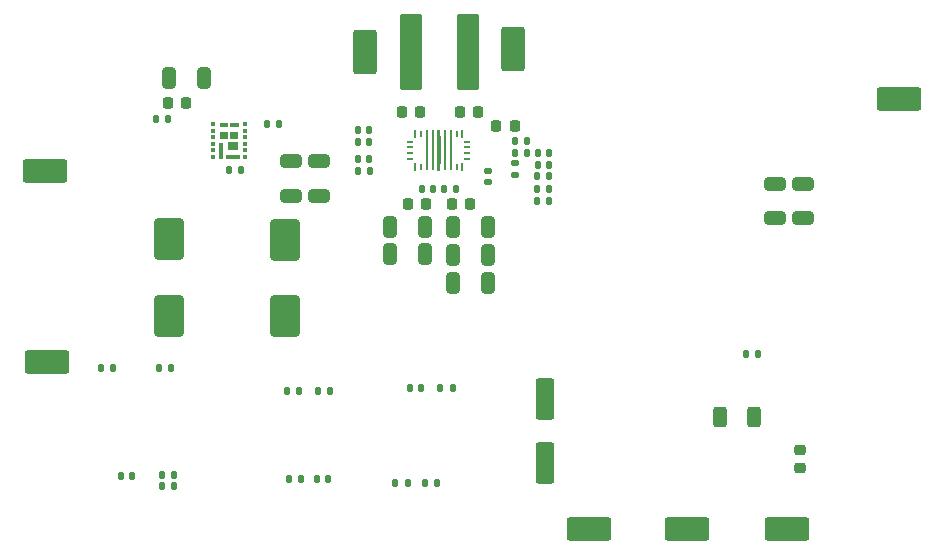
<source format=gbr>
%TF.GenerationSoftware,KiCad,Pcbnew,9.0.4*%
%TF.CreationDate,2025-11-02T19:47:45-03:00*%
%TF.ProjectId,PowerPCB,506f7765-7250-4434-922e-6b696361645f,rev?*%
%TF.SameCoordinates,Original*%
%TF.FileFunction,Paste,Top*%
%TF.FilePolarity,Positive*%
%FSLAX46Y46*%
G04 Gerber Fmt 4.6, Leading zero omitted, Abs format (unit mm)*
G04 Created by KiCad (PCBNEW 9.0.4) date 2025-11-02 19:47:45*
%MOMM*%
%LPD*%
G01*
G04 APERTURE LIST*
G04 Aperture macros list*
%AMRoundRect*
0 Rectangle with rounded corners*
0 $1 Rounding radius*
0 $2 $3 $4 $5 $6 $7 $8 $9 X,Y pos of 4 corners*
0 Add a 4 corners polygon primitive as box body*
4,1,4,$2,$3,$4,$5,$6,$7,$8,$9,$2,$3,0*
0 Add four circle primitives for the rounded corners*
1,1,$1+$1,$2,$3*
1,1,$1+$1,$4,$5*
1,1,$1+$1,$6,$7*
1,1,$1+$1,$8,$9*
0 Add four rect primitives between the rounded corners*
20,1,$1+$1,$2,$3,$4,$5,0*
20,1,$1+$1,$4,$5,$6,$7,0*
20,1,$1+$1,$6,$7,$8,$9,0*
20,1,$1+$1,$8,$9,$2,$3,0*%
G04 Aperture macros list end*
%ADD10C,0.000000*%
%ADD11RoundRect,0.225000X-0.225000X-0.250000X0.225000X-0.250000X0.225000X0.250000X-0.225000X0.250000X0*%
%ADD12RoundRect,0.140000X-0.140000X-0.170000X0.140000X-0.170000X0.140000X0.170000X-0.140000X0.170000X0*%
%ADD13RoundRect,0.250000X0.650000X-0.325000X0.650000X0.325000X-0.650000X0.325000X-0.650000X-0.325000X0*%
%ADD14RoundRect,0.249999X0.710001X3.000001X-0.710001X3.000001X-0.710001X-3.000001X0.710001X-3.000001X0*%
%ADD15RoundRect,0.250000X0.750000X-1.650000X0.750000X1.650000X-0.750000X1.650000X-0.750000X-1.650000X0*%
%ADD16RoundRect,0.225000X0.225000X0.250000X-0.225000X0.250000X-0.225000X-0.250000X0.225000X-0.250000X0*%
%ADD17RoundRect,0.250000X-0.325000X-0.650000X0.325000X-0.650000X0.325000X0.650000X-0.325000X0.650000X0*%
%ADD18RoundRect,0.250000X0.325000X0.650000X-0.325000X0.650000X-0.325000X-0.650000X0.325000X-0.650000X0*%
%ADD19RoundRect,0.250000X-0.550000X1.500000X-0.550000X-1.500000X0.550000X-1.500000X0.550000X1.500000X0*%
%ADD20RoundRect,0.140000X0.140000X0.170000X-0.140000X0.170000X-0.140000X-0.170000X0.140000X-0.170000X0*%
%ADD21R,0.449986X0.350012*%
%ADD22R,1.150010X0.350012*%
%ADD23R,0.127000X0.127000*%
%ADD24RoundRect,0.135000X-0.135000X-0.185000X0.135000X-0.185000X0.135000X0.185000X-0.135000X0.185000X0*%
%ADD25RoundRect,0.135000X0.135000X0.185000X-0.135000X0.185000X-0.135000X-0.185000X0.135000X-0.185000X0*%
%ADD26RoundRect,0.250000X-0.650000X0.325000X-0.650000X-0.325000X0.650000X-0.325000X0.650000X0.325000X0*%
%ADD27RoundRect,0.250000X-1.650000X-0.750000X1.650000X-0.750000X1.650000X0.750000X-1.650000X0.750000X0*%
%ADD28RoundRect,0.250000X-1.000000X1.500000X-1.000000X-1.500000X1.000000X-1.500000X1.000000X1.500000X0*%
%ADD29R,0.609600X0.254000*%
%ADD30R,0.254000X0.660400*%
%ADD31R,0.254000X0.609600*%
%ADD32R,0.254000X3.403600*%
%ADD33R,0.254000X3.397602*%
%ADD34RoundRect,0.135000X0.185000X-0.135000X0.185000X0.135000X-0.185000X0.135000X-0.185000X-0.135000X0*%
%ADD35RoundRect,0.250000X0.312500X0.625000X-0.312500X0.625000X-0.312500X-0.625000X0.312500X-0.625000X0*%
%ADD36RoundRect,0.225000X-0.250000X0.225000X-0.250000X-0.225000X0.250000X-0.225000X0.250000X0.225000X0*%
%ADD37RoundRect,0.140000X0.170000X-0.140000X0.170000X0.140000X-0.170000X0.140000X-0.170000X-0.140000X0*%
G04 APERTURE END LIST*
D10*
%TO.C,U2*%
G36*
X127250000Y-91149999D02*
G01*
X126950000Y-91149999D01*
X126950000Y-89850001D01*
X127250000Y-89850001D01*
X127250000Y-91149999D01*
G37*
G36*
X127690006Y-89450006D02*
G01*
X127039994Y-89450006D01*
X127039994Y-88899994D01*
X127690006Y-88899994D01*
X127690006Y-89450006D01*
G37*
G36*
X127724994Y-88475006D02*
G01*
X127005006Y-88475006D01*
X127005006Y-88124994D01*
X127724994Y-88124994D01*
X127724994Y-88475006D01*
G37*
G36*
X128525006Y-90425006D02*
G01*
X127674995Y-90425006D01*
X127674995Y-89774994D01*
X128525006Y-89774994D01*
X128525006Y-90425006D01*
G37*
G36*
X128560006Y-89450006D02*
G01*
X127909994Y-89450006D01*
X127909994Y-88899994D01*
X128560006Y-88899994D01*
X128560006Y-89450006D01*
G37*
G36*
X128594994Y-88475006D02*
G01*
X127875006Y-88475006D01*
X127875006Y-88124994D01*
X128594994Y-88124994D01*
X128594994Y-88475006D01*
G37*
%TO.C,U1*%
G36*
X145677000Y-89267664D02*
G01*
X145715100Y-89267664D01*
X145715100Y-91629864D01*
X145677000Y-91629864D01*
X145677000Y-92147567D01*
X145423000Y-92147564D01*
X145423000Y-91629864D01*
X145384900Y-91629864D01*
X145384900Y-89267664D01*
X145423000Y-89267664D01*
X145423000Y-88749961D01*
X145677000Y-88749961D01*
X145677000Y-89267664D01*
G37*
G36*
X145677000Y-89267664D02*
G01*
X145715100Y-89267664D01*
X145715100Y-91629864D01*
X145677000Y-91629864D01*
X145677000Y-92147564D01*
X145423000Y-92147564D01*
X145423000Y-91629864D01*
X145384900Y-91629864D01*
X145384900Y-89267664D01*
X145423000Y-89267664D01*
X145423000Y-88743964D01*
X145677000Y-88743964D01*
X145677000Y-89267664D01*
G37*
G36*
X145677000Y-89267664D02*
G01*
X145715100Y-89267664D01*
X145715100Y-91629864D01*
X145677000Y-91629864D01*
X145677000Y-92147564D01*
X145423000Y-92147564D01*
X145423000Y-91629864D01*
X145384900Y-91629864D01*
X145384900Y-89267664D01*
X145423000Y-89267664D01*
X145423000Y-88743964D01*
X145677000Y-88743964D01*
X145677000Y-89267664D01*
G37*
%TD*%
D11*
%TO.C,C20*%
X142925000Y-95000000D03*
X144475000Y-95000000D03*
%TD*%
D12*
%TO.C,C28*%
X118620000Y-118000000D03*
X119580000Y-118000000D03*
%TD*%
D13*
%TO.C,C30*%
X135400000Y-94300000D03*
X135400000Y-91350000D03*
%TD*%
D12*
%TO.C,C1*%
X138720000Y-91200000D03*
X139680000Y-91200000D03*
%TD*%
%TO.C,C24*%
X138720000Y-89700000D03*
X139680000Y-89700000D03*
%TD*%
D14*
%TO.C,L1*%
X148010000Y-82100000D03*
X143190000Y-82100000D03*
%TD*%
D15*
%TO.C,TP1*%
X139300000Y-82100000D03*
%TD*%
D12*
%TO.C,C2*%
X138720000Y-88700000D03*
X139680000Y-88700000D03*
%TD*%
D16*
%TO.C,C4*%
X148875000Y-87200000D03*
X147325000Y-87200000D03*
%TD*%
D17*
%TO.C,C32*%
X122725000Y-84300000D03*
X125675000Y-84300000D03*
%TD*%
D15*
%TO.C,TP4*%
X151800000Y-81900000D03*
%TD*%
D18*
%TO.C,C10*%
X149675000Y-99300000D03*
X146725000Y-99300000D03*
%TD*%
D17*
%TO.C,C18*%
X141425000Y-99200000D03*
X144375000Y-99200000D03*
%TD*%
D19*
%TO.C,C9*%
X154500000Y-111500000D03*
X154500000Y-116900000D03*
%TD*%
D20*
%TO.C,C15*%
X146980000Y-93700000D03*
X146020000Y-93700000D03*
%TD*%
D21*
%TO.C,U2*%
X129150200Y-91000001D03*
X129150200Y-90450000D03*
X129150200Y-89900001D03*
X129150200Y-89349999D03*
X129150200Y-88800000D03*
X129150200Y-88249999D03*
X126449800Y-88249999D03*
X126449800Y-88800000D03*
X126449800Y-89349999D03*
X126449800Y-89900001D03*
X126449800Y-90450000D03*
X126449800Y-90999999D03*
D22*
X128100000Y-91000000D03*
D23*
X128100000Y-90100000D03*
%TD*%
D24*
%TO.C,R5*%
X151980335Y-89650616D03*
X153000335Y-89650616D03*
%TD*%
D25*
%TO.C,R11*%
X117950000Y-108900000D03*
X116930000Y-108900000D03*
%TD*%
D26*
%TO.C,C27*%
X174000000Y-93250000D03*
X174000000Y-96200000D03*
%TD*%
D25*
%TO.C,R7*%
X153000335Y-90650616D03*
X151980335Y-90650616D03*
%TD*%
D27*
%TO.C,TP11*%
X158300000Y-122500000D03*
%TD*%
D25*
%TO.C,R4*%
X139710000Y-92200000D03*
X138690000Y-92200000D03*
%TD*%
D18*
%TO.C,C11*%
X149675000Y-101700000D03*
X146725000Y-101700000D03*
%TD*%
D11*
%TO.C,C5*%
X150425000Y-88400000D03*
X151975000Y-88400000D03*
%TD*%
D25*
%TO.C,R17*%
X123100000Y-117900000D03*
X122080000Y-117900000D03*
%TD*%
%TO.C,R8*%
X154910000Y-94700000D03*
X153890000Y-94700000D03*
%TD*%
D28*
%TO.C,C17*%
X132500000Y-97992500D03*
X132500000Y-104492500D03*
%TD*%
D27*
%TO.C,TP8*%
X112400000Y-108400000D03*
%TD*%
D11*
%TO.C,C35*%
X122625000Y-86400000D03*
X124175000Y-86400000D03*
%TD*%
D24*
%TO.C,R21*%
X132890000Y-118300000D03*
X133910000Y-118300000D03*
%TD*%
D25*
%TO.C,R14*%
X142900000Y-118600000D03*
X141880000Y-118600000D03*
%TD*%
D18*
%TO.C,C12*%
X149675000Y-96900000D03*
X146725000Y-96900000D03*
%TD*%
D25*
%TO.C,R3*%
X154900335Y-92650616D03*
X153880335Y-92650616D03*
%TD*%
%TO.C,R1*%
X172610000Y-107690000D03*
X171590000Y-107690000D03*
%TD*%
%TO.C,R6*%
X154910000Y-93700000D03*
X153890000Y-93700000D03*
%TD*%
D27*
%TO.C,TP7*%
X112200000Y-92200000D03*
%TD*%
D16*
%TO.C,C13*%
X148175000Y-95000000D03*
X146625000Y-95000000D03*
%TD*%
D12*
%TO.C,C8*%
X153910335Y-90650616D03*
X154870335Y-90650616D03*
%TD*%
D25*
%TO.C,R10*%
X122850000Y-108900000D03*
X121830000Y-108900000D03*
%TD*%
D24*
%TO.C,R22*%
X121590000Y-87800000D03*
X122610000Y-87800000D03*
%TD*%
D12*
%TO.C,C22*%
X144120000Y-93700000D03*
X145080000Y-93700000D03*
%TD*%
%TO.C,C31*%
X135220000Y-118300000D03*
X136180000Y-118300000D03*
%TD*%
D28*
%TO.C,C33*%
X122700000Y-97950000D03*
X122700000Y-104450000D03*
%TD*%
D29*
%TO.C,U1*%
X143149954Y-89698575D03*
X143149954Y-90198701D03*
X143149954Y-90698827D03*
X143149954Y-91198953D03*
D30*
X143549496Y-91823364D03*
D31*
X144049622Y-91848764D03*
D32*
X144549748Y-90445764D03*
X145049874Y-90445764D03*
D33*
X145550781Y-90448763D03*
D32*
X146050126Y-90445764D03*
X146550252Y-90445764D03*
D31*
X147050378Y-91848764D03*
D30*
X147550504Y-91823364D03*
D29*
X147950046Y-91198953D03*
X147950046Y-90698827D03*
X147950046Y-90198701D03*
X147950046Y-89698575D03*
D30*
X147550504Y-89074164D03*
D31*
X147050378Y-89048764D03*
X144049622Y-89048764D03*
D30*
X143549496Y-89074164D03*
%TD*%
D17*
%TO.C,C19*%
X141425000Y-96900000D03*
X144375000Y-96900000D03*
%TD*%
D24*
%TO.C,R15*%
X145690000Y-110600000D03*
X146710000Y-110600000D03*
%TD*%
D34*
%TO.C,R2*%
X151990335Y-92560616D03*
X151990335Y-91540616D03*
%TD*%
D24*
%TO.C,R18*%
X122095000Y-118900000D03*
X123115000Y-118900000D03*
%TD*%
D26*
%TO.C,C26*%
X176400000Y-93250000D03*
X176400000Y-96200000D03*
%TD*%
D24*
%TO.C,R12*%
X135290000Y-110800000D03*
X136310000Y-110800000D03*
%TD*%
D35*
%TO.C,R9*%
X172262500Y-113000000D03*
X169337500Y-113000000D03*
%TD*%
D12*
%TO.C,C7*%
X153910335Y-91650616D03*
X154870335Y-91650616D03*
%TD*%
D25*
%TO.C,R16*%
X132010000Y-88200000D03*
X130990000Y-88200000D03*
%TD*%
D27*
%TO.C,TP9*%
X184532500Y-86100000D03*
%TD*%
D13*
%TO.C,C29*%
X133000000Y-94325000D03*
X133000000Y-91375000D03*
%TD*%
D20*
%TO.C,C34*%
X128780000Y-92100000D03*
X127820000Y-92100000D03*
%TD*%
D11*
%TO.C,C3*%
X142425000Y-87200000D03*
X143975000Y-87200000D03*
%TD*%
D12*
%TO.C,C23*%
X132720000Y-110800000D03*
X133680000Y-110800000D03*
%TD*%
D36*
%TO.C,C16*%
X176100000Y-115825000D03*
X176100000Y-117375000D03*
%TD*%
D12*
%TO.C,C25*%
X143120000Y-110600000D03*
X144080000Y-110600000D03*
%TD*%
D27*
%TO.C,TP3*%
X166600000Y-122500000D03*
%TD*%
D37*
%TO.C,C6*%
X149671732Y-93160024D03*
X149671732Y-92200024D03*
%TD*%
D25*
%TO.C,R13*%
X145410000Y-118600000D03*
X144390000Y-118600000D03*
%TD*%
D27*
%TO.C,TP2*%
X175000000Y-122500000D03*
%TD*%
M02*

</source>
